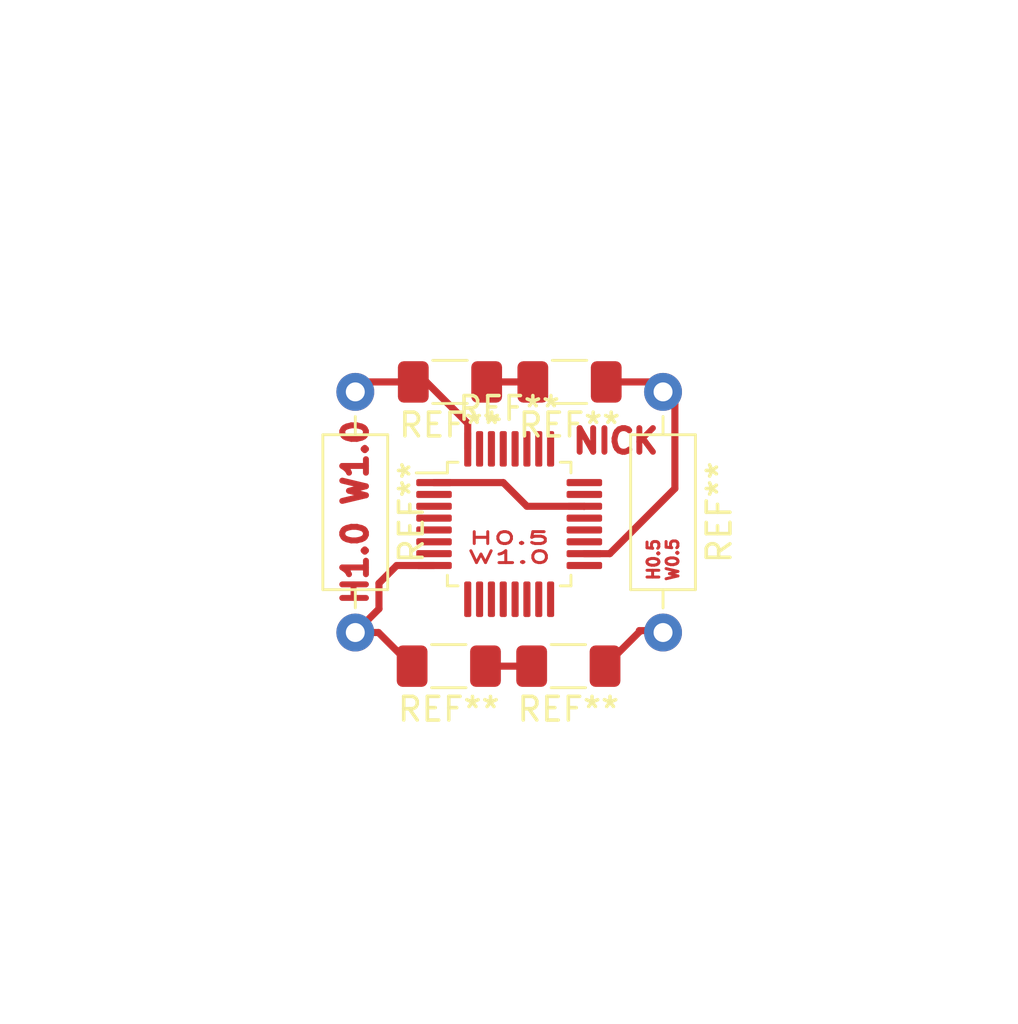
<source format=kicad_pcb>
(kicad_pcb (version 20211014) (generator pcbnew)
  (layers (0 "F.Cu" signal) (31 "B.Cu" signal) (34 "B.Paste" user) (35 "F.Paste" user) (36 "B.SilkS" user "B.Silkscreen") (37 "F.SilkS" user "F.Silkscreen") (38 "B.Mask" user) (39 "F.Mask" user) (44 "Edge.Cuts" user))
  (net 0 "")
  (footprint "Resistor_THT:R_Axial_DIN0207_L6.3mm_D2.5mm_P10.16mm_Horizontal" (layer "F.Cu") (at 148 50.92 -90)
    (fp_text reference "REF**" (at 5.08 -2.37 -270) (layer "F.SilkS"))
    (fp_text value "R_Axial_DIN0207_L6.3mm_D2.5mm_P10.16mm_Horizontal")
    (fp_line (start 9.12 0) (end 8.35 0) (layer "F.SilkS") (width 0.12))
    (fp_line (start 1.81 -1.37) (end 1.81 1.37) (layer "F.SilkS") (width 0.12))
    (fp_line (start 1.81 1.37) (end 8.35 1.37) (layer "F.SilkS") (width 0.12))
    (fp_line (start 8.35 -1.37) (end 1.81 -1.37) (layer "F.SilkS") (width 0.12))
    (fp_line (start 1.04 0) (end 1.81 0) (layer "F.SilkS") (width 0.12))
    (fp_line (start 8.35 1.37) (end 8.35 -1.37) (layer "F.SilkS") (width 0.12))
    (pad "1" thru_hole circle (at 0 0 270) (size 1.6 1.6) (drill 0.8) (layers *.Cu *.Mask))
    (pad "2" thru_hole oval (at 10.16 0 270) (size 1.6 1.6) (drill 0.8) (layers *.Cu *.Mask))
  )
  (footprint "Resistor_SMD:R_1206_3216Metric_Pad1.30x1.75mm_HandSolder" (layer "F.Cu") (at 144.05 50.5 180)
    (fp_text reference "REF**" (at 0 -1.82) (layer "F.SilkS"))
    (fp_text value "R_1206_3216Metric_Pad1.30x1.75mm_HandSolder")
    (fp_line (start -0.727064 0.91) (end 0.727064 0.91) (layer "F.SilkS") (width 0.12))
    (fp_line (start -0.727064 -0.91) (end 0.727064 -0.91) (layer "F.SilkS") (width 0.12))
    (pad "1" smd roundrect (at -1.55 0 180) (size 1.3 1.75) (layers "F.Cu" "F.Paste" "F.Mask") (roundrect_rratio 0.1923076923))
    (pad "2" smd roundrect (at 1.55 0 180) (size 1.3 1.75) (layers "F.Cu" "F.Paste" "F.Mask") (roundrect_rratio 0.1923076923))
  )
  (footprint "Package_QFP:LQFP-32_5x5mm_P0.5mm" (layer "F.Cu") (at 141.5 56.5)
    (fp_text reference "REF**" (at 0 -4.88) (layer "F.SilkS"))
    (fp_text value "LQFP-32_5x5mm_P0.5mm")
    (fp_line (start 2.16 -2.61) (end 2.61 -2.61) (layer "F.SilkS") (width 0.12))
    (fp_line (start -2.16 -2.61) (end -2.61 -2.61) (layer "F.SilkS") (width 0.12))
    (fp_line (start -2.61 -2.61) (end -2.61 -2.16) (layer "F.SilkS") (width 0.12))
    (fp_line (start -2.61 -2.16) (end -3.925 -2.16) (layer "F.SilkS") (width 0.12))
    (fp_line (start -2.61 2.61) (end -2.61 2.16) (layer "F.SilkS") (width 0.12))
    (fp_line (start 2.61 -2.61) (end 2.61 -2.16) (layer "F.SilkS") (width 0.12))
    (fp_line (start -2.16 2.61) (end -2.61 2.61) (layer "F.SilkS") (width 0.12))
    (fp_line (start 2.16 2.61) (end 2.61 2.61) (layer "F.SilkS") (width 0.12))
    (fp_line (start 2.61 2.61) (end 2.61 2.16) (layer "F.SilkS") (width 0.12))
    (pad "1" smd roundrect (at -3.175 -1.75) (size 1.5 0.3) (layers "F.Cu" "F.Paste" "F.Mask"))
    (pad "2" smd roundrect (at -3.175 -1.25) (size 1.5 0.3) (layers "F.Cu" "F.Paste" "F.Mask"))
    (pad "3" smd roundrect (at -3.175 -0.75) (size 1.5 0.3) (layers "F.Cu" "F.Paste" "F.Mask"))
    (pad "4" smd roundrect (at -3.175 -0.25) (size 1.5 0.3) (layers "F.Cu" "F.Paste" "F.Mask"))
    (pad "5" smd roundrect (at -3.175 0.25) (size 1.5 0.3) (layers "F.Cu" "F.Paste" "F.Mask"))
    (pad "6" smd roundrect (at -3.175 0.75) (size 1.5 0.3) (layers "F.Cu" "F.Paste" "F.Mask"))
    (pad "7" smd roundrect (at -3.175 1.25) (size 1.5 0.3) (layers "F.Cu" "F.Paste" "F.Mask"))
    (pad "8" smd roundrect (at -3.175 1.75) (size 1.5 0.3) (layers "F.Cu" "F.Paste" "F.Mask"))
    (pad "9" smd roundrect (at -1.75 3.175) (size 0.3 1.5) (layers "F.Cu" "F.Paste" "F.Mask"))
    (pad "10" smd roundrect (at -1.25 3.175) (size 0.3 1.5) (layers "F.Cu" "F.Paste" "F.Mask"))
    (pad "11" smd roundrect (at -0.75 3.175) (size 0.3 1.5) (layers "F.Cu" "F.Paste" "F.Mask"))
    (pad "12" smd roundrect (at -0.25 3.175) (size 0.3 1.5) (layers "F.Cu" "F.Paste" "F.Mask"))
    (pad "13" smd roundrect (at 0.25 3.175) (size 0.3 1.5) (layers "F.Cu" "F.Paste" "F.Mask"))
    (pad "14" smd roundrect (at 0.75 3.175) (size 0.3 1.5) (layers "F.Cu" "F.Paste" "F.Mask"))
    (pad "15" smd roundrect (at 1.25 3.175) (size 0.3 1.5) (layers "F.Cu" "F.Paste" "F.Mask"))
    (pad "16" smd roundrect (at 1.75 3.175) (size 0.3 1.5) (layers "F.Cu" "F.Paste" "F.Mask"))
    (pad "17" smd roundrect (at 3.175 1.75) (size 1.5 0.3) (layers "F.Cu" "F.Paste" "F.Mask"))
    (pad "18" smd roundrect (at 3.175 1.25) (size 1.5 0.3) (layers "F.Cu" "F.Paste" "F.Mask"))
    (pad "19" smd roundrect (at 3.175 0.75) (size 1.5 0.3) (layers "F.Cu" "F.Paste" "F.Mask"))
    (pad "20" smd roundrect (at 3.175 0.25) (size 1.5 0.3) (layers "F.Cu" "F.Paste" "F.Mask"))
    (pad "21" smd roundrect (at 3.175 -0.25) (size 1.5 0.3) (layers "F.Cu" "F.Paste" "F.Mask"))
    (pad "22" smd roundrect (at 3.175 -0.75) (size 1.5 0.3) (layers "F.Cu" "F.Paste" "F.Mask"))
    (pad "23" smd roundrect (at 3.175 -1.25) (size 1.5 0.3) (layers "F.Cu" "F.Paste" "F.Mask"))
    (pad "24" smd roundrect (at 3.175 -1.75) (size 1.5 0.3) (layers "F.Cu" "F.Paste" "F.Mask"))
    (pad "25" smd roundrect (at 1.75 -3.175) (size 0.3 1.5) (layers "F.Cu" "F.Paste" "F.Mask"))
    (pad "26" smd roundrect (at 1.25 -3.175) (size 0.3 1.5) (layers "F.Cu" "F.Paste" "F.Mask"))
    (pad "27" smd roundrect (at 0.75 -3.175) (size 0.3 1.5) (layers "F.Cu" "F.Paste" "F.Mask"))
    (pad "28" smd roundrect (at 0.25 -3.175) (size 0.3 1.5) (layers "F.Cu" "F.Paste" "F.Mask"))
    (pad "29" smd roundrect (at -0.25 -3.175) (size 0.3 1.5) (layers "F.Cu" "F.Paste" "F.Mask"))
    (pad "30" smd roundrect (at -0.75 -3.175) (size 0.3 1.5) (layers "F.Cu" "F.Paste" "F.Mask"))
    (pad "31" smd roundrect (at -1.25 -3.175) (size 0.3 1.5) (layers "F.Cu" "F.Paste" "F.Mask"))
    (pad "32" smd roundrect (at -1.75 -3.175) (size 0.3 1.5) (layers "F.Cu" "F.Paste" "F.Mask"))
  )
  (footprint "Resistor_THT:R_Axial_DIN0207_L6.3mm_D2.5mm_P10.16mm_Horizontal" (layer "F.Cu") (at 135 50.92 -90)
    (fp_text reference "REF**" (at 5.08 -2.37 -270) (layer "F.SilkS"))
    (fp_text value "R_Axial_DIN0207_L6.3mm_D2.5mm_P10.16mm_Horizontal")
    (fp_line (start 9.12 0) (end 8.35 0) (layer "F.SilkS") (width 0.12))
    (fp_line (start 8.35 1.37) (end 8.35 -1.37) (layer "F.SilkS") (width 0.12))
    (fp_line (start 8.35 -1.37) (end 1.81 -1.37) (layer "F.SilkS") (width 0.12))
    (fp_line (start 1.81 1.37) (end 8.35 1.37) (layer "F.SilkS") (width 0.12))
    (fp_line (start 1.04 0) (end 1.81 0) (layer "F.SilkS") (width 0.12))
    (fp_line (start 1.81 -1.37) (end 1.81 1.37) (layer "F.SilkS") (width 0.12))
    (pad "1" thru_hole circle (at 0 0 270) (size 1.6 1.6) (drill 0.8) (layers *.Cu *.Mask))
    (pad "2" thru_hole oval (at 10.16 0 270) (size 1.6 1.6) (drill 0.8) (layers *.Cu *.Mask))
  )
  (footprint "Resistor_SMD:R_1206_3216Metric_Pad1.30x1.75mm_HandSolder" (layer "F.Cu") (at 139 50.5 180)
    (fp_text reference "REF**" (at 0 -1.82) (layer "F.SilkS"))
    (fp_text value "R_1206_3216Metric_Pad1.30x1.75mm_HandSolder")
    (fp_line (start -0.727064 -0.91) (end 0.727064 -0.91) (layer "F.SilkS") (width 0.12))
    (fp_line (start -0.727064 0.91) (end 0.727064 0.91) (layer "F.SilkS") (width 0.12))
    (pad "1" smd roundrect (at -1.55 0 180) (size 1.3 1.75) (layers "F.Cu" "F.Paste" "F.Mask") (roundrect_rratio 0.1923076923))
    (pad "2" smd roundrect (at 1.55 0 180) (size 1.3 1.75) (layers "F.Cu" "F.Paste" "F.Mask") (roundrect_rratio 0.1923076923))
  )
  (footprint "Resistor_SMD:R_1206_3216Metric_Pad1.30x1.75mm_HandSolder" (layer "F.Cu") (at 144 62.5 180)
    (fp_text reference "REF**" (at 0 -1.82) (layer "F.SilkS"))
    (fp_text value "R_1206_3216Metric_Pad1.30x1.75mm_HandSolder")
    (fp_line (start -0.727064 0.91) (end 0.727064 0.91) (layer "F.SilkS") (width 0.12))
    (fp_line (start -0.727064 -0.91) (end 0.727064 -0.91) (layer "F.SilkS") (width 0.12))
    (pad "1" smd roundrect (at -1.55 0 180) (size 1.3 1.75) (layers "F.Cu" "F.Paste" "F.Mask") (roundrect_rratio 0.1923076923))
    (pad "2" smd roundrect (at 1.55 0 180) (size 1.3 1.75) (layers "F.Cu" "F.Paste" "F.Mask") (roundrect_rratio 0.1923076923))
  )
  (footprint "Resistor_SMD:R_1206_3216Metric_Pad1.30x1.75mm_HandSolder" (layer "F.Cu") (at 138.95 62.5 180)
    (fp_text reference "REF**" (at 0 -1.82) (layer "F.SilkS"))
    (fp_text value "R_1206_3216Metric_Pad1.30x1.75mm_HandSolder")
    (fp_line (start -0.727064 0.91) (end 0.727064 0.91) (layer "F.SilkS") (width 0.12))
    (fp_line (start -0.727064 -0.91) (end 0.727064 -0.91) (layer "F.SilkS") (width 0.12))
    (pad "1" smd roundrect (at -1.55 0 180) (size 1.3 1.75) (layers "F.Cu" "F.Paste" "F.Mask") (roundrect_rratio 0.1923076923))
    (pad "2" smd roundrect (at 1.55 0 180) (size 1.3 1.75) (layers "F.Cu" "F.Paste" "F.Mask") (roundrect_rratio 0.1923076923))
  )
  (gr_text "H0.5\nW0.5" (at 148 58 90) (layer "F.Cu") (effects (font (size 0.5 0.5) (thickness 0.125))))
  (gr_text "H1.0 W1.0\n" (at 135 56 90) (layer "F.Cu") (effects (font (size 1 1) (thickness 0.25))))
  (gr_text "NICK" (at 146 53) (layer "F.Cu") (effects (font (size 1 1) (thickness 0.25))))
  (gr_text "H0.5\nW1.0" (at 141.5 57.5) (layer "F.Cu") (effects (font (size 0.5 1) (thickness 0.125))))
  (segment (start 148.5 55) (end 148.5 51.42) (width 0.3) (layer "F.Cu") (net 0))
  (segment (start 145.6 50.5) (end 147.58 50.5) (width 0.3) (layer "F.Cu") (net 0))
  (segment (start 138.325 54.75) (end 141.25 54.75) (width 0.3) (layer "F.Cu") (net 0))
  (segment (start 145.75 57.75) (end 148.5 55) (width 0.3) (layer "F.Cu") (net 0))
  (segment (start 141.25 54.75) (end 142.25 55.75) (width 0.3) (layer "F.Cu") (net 0))
  (segment (start 139.75 52.25) (end 138 50.5) (width 0.3) (layer "F.Cu") (net 0))
  (segment (start 145.55 62.5) (end 147 61.05) (width 0.3) (layer "F.Cu") (net 0))
  (segment (start 136 60.08) (end 136 59) (width 0.3) (layer "F.Cu") (net 0))
  (segment (start 139.75 53.325) (end 139.75 52.25) (width 0.3) (layer "F.Cu") (net 0))
  (segment (start 144.670048 55.754952) (end 144.675 55.75) (width 0.3) (layer "F.Cu") (net 0))
  (segment (start 140.5 62.5) (end 142.45 62.5) (width 0.3) (layer "F.Cu") (net 0))
  (segment (start 147 61.05) (end 147 61) (width 0.3) (layer "F.Cu") (net 0))
  (segment (start 136 59) (end 136.75 58.25) (width 0.3) (layer "F.Cu") (net 0))
  (segment (start 147.58 50.5) (end 148 50.92) (width 0.3) (layer "F.Cu") (net 0))
  (segment (start 148.5 51.42) (end 148 50.92) (width 0.3) (layer "F.Cu") (net 0))
  (segment (start 147 61) (end 147.92 61) (width 0.3) (layer "F.Cu") (net 0))
  (segment (start 135.42 50.5) (end 137.45 50.5) (width 0.3) (layer "F.Cu") (net 0))
  (segment (start 135 50.92) (end 135.42 50.5) (width 0.3) (layer "F.Cu") (net 0))
  (segment (start 135 61.08) (end 135.98 61.08) (width 0.3) (layer "F.Cu") (net 0))
  (segment (start 144.675 57.75) (end 145.75 57.75) (width 0.3) (layer "F.Cu") (net 0))
  (segment (start 142.25 55.75) (end 144.675 55.75) (width 0.3) (layer "F.Cu") (net 0))
  (segment (start 138 50.5) (end 137.45 50.5) (width 0.3) (layer "F.Cu") (net 0))
  (segment (start 135.98 61.08) (end 137.4 62.5) (width 0.3) (layer "F.Cu") (net 0))
  (segment (start 140.55 50.5) (end 142.5 50.5) (width 0.3) (layer "F.Cu") (net 0))
  (segment (start 136.75 58.25) (end 138.325 58.25) (width 0.3) (layer "F.Cu") (net 0))
  (segment (start 135 61.08) (end 136 60.08) (width 0.3) (layer "F.Cu") (net 0))
  (segment (start 147.92 61) (end 148 61.08) (width 0.3) (layer "F.Cu") (net 0))
)
</source>
